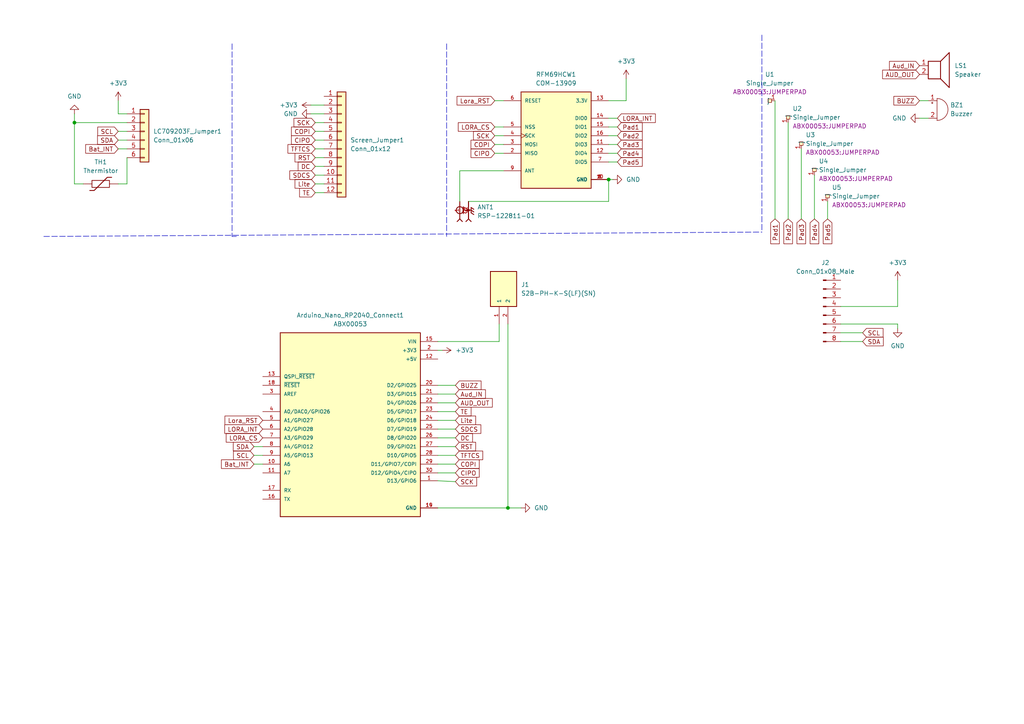
<source format=kicad_sch>
(kicad_sch (version 20211123) (generator eeschema)
  (paper "A4")
  (title_block (title "Caster Main Board") (date "sam. 04 avril 2015") (rev "v01") (comment 2 "creativecommons.org/licenses/by-nc/4.0/") (comment 3 "License: CC BY-NC 4.0") (comment 4 "Author: Helena"))
  (lib_symbols
    (symbol "ABX00053:ABX00053" (pin_names (offset 1.016))
      (property "Reference" "U" (at -20.32 26.289 0))
      (property "Value" "ABX00053" (at -20.32 -30.48 0))
      (symbol "ABX00053_0_0"
        (rectangle (start -20.32 -27.94) (end 20.32 25.4) (stroke (width 0.254)) (fill (type background)))
        (pin bidirectional line (at 25.4 -17.526 180) (length 5.08) (name "D13/GPIO6") (number "1"))
        (pin bidirectional line (at -25.4 -12.7 0) (length 5.08) (name "A6") (number "10"))
        (pin bidirectional line (at -25.4 -15.24 0) (length 5.08) (name "A7") (number "11"))
        (pin power_in line (at 25.4 17.78 180) (length 5.08) (name "+5V") (number "12"))
        (pin input line (at -25.4 12.7 0) (length 5.08) (name "QSPI_~{RESET}") (number "13"))
        (pin power_in line (at 25.4 -25.4 180) (length 5.08) (name "GND") (number "14"))
        (pin power_in line (at 25.4 22.86 180) (length 5.08) (name "VIN") (number "15"))
        (pin bidirectional line (at -25.4 -22.86 0) (length 5.08) (name "TX") (number "16"))
        (pin bidirectional line (at -25.4 -20.32 0) (length 5.08) (name "RX") (number "17"))
        (pin input line (at -25.4 10.16 0) (length 5.08) (name "~{RESET}") (number "18"))
        (pin power_in line (at 25.4 -25.4 180) (length 5.08) (name "GND") (number "19"))
        (pin power_in line (at 25.4 20.32 180) (length 5.08) (name "+3V3") (number "2"))
        (pin bidirectional line (at 25.4 10.16 180) (length 5.08) (name "D2/GPIO25") (number "20"))
        (pin bidirectional line (at 25.4 7.62 180) (length 5.08) (name "D3/GPIO15") (number "21"))
        (pin bidirectional line (at 25.4 5.08 180) (length 5.08) (name "D4/GPIO26") (number "22"))
        (pin bidirectional line (at 25.4 2.54 180) (length 5.08) (name "D5/GPIO17") (number "23"))
        (pin bidirectional line (at 25.4 0 180) (length 5.08) (name "D6/GPIO18") (number "24"))
        (pin bidirectional line (at 25.4 -2.54 180) (length 5.08) (name "D7/GPIO19") (number "25"))
        (pin bidirectional line (at 25.4 -5.08 180) (length 5.08) (name "D8/GPIO20") (number "26"))
        (pin bidirectional line (at 25.4 -7.62 180) (length 5.08) (name "D9/GPIO21") (number "27"))
        (pin bidirectional line (at 25.4 -10.16 180) (length 5.08) (name "D10/GPIO5") (number "28"))
        (pin bidirectional line (at 25.4 -12.7 180) (length 5.08) (name "D11/GPIO7/COPI") (number "29"))
        (pin bidirectional line (at -25.4 7.62 0) (length 5.08) (name "AREF") (number "3"))
        (pin bidirectional line (at 25.4 -15.24 180) (length 5.08) (name "D12/GPIO4/CIPO") (number "30"))
        (pin bidirectional line (at -25.4 2.54 0) (length 5.08) (name "A0/DAC0/GPIO26") (number "4"))
        (pin bidirectional line (at -25.4 0 0) (length 5.08) (name "A1/GPIO27") (number "5"))
        (pin bidirectional line (at -25.4 -2.54 0) (length 5.08) (name "A2/GPIO28") (number "6"))
        (pin bidirectional line (at -25.4 -5.08 0) (length 5.08) (name "A3/GPIO29") (number "7"))
        (pin bidirectional line (at -25.4 -7.62 0) (length 5.08) (name "A4/GPIO12") (number "8"))
        (pin bidirectional line (at -25.4 -10.16 0) (length 5.08) (name "A5/GPIO13") (number "9"))
      )
    )
    (symbol "ABX00053:Single_Jumper"
      (property "Reference" "U" (at 0 0 0))
      (property "Value" "Single_Jumper" (at 0 -1.778 0))
      (property "Footprint" "ABX00053:JUMPERPAD" (at 0.762 -3.556 0))
      (symbol "Single_Jumper_0_1"
        (rectangle (start -0.508 2.286) (end 0.508 3.302) (fill (type background)))
      )
      (symbol "Single_Jumper_1_1"
        (pin bidirectional line (at 0 1.27 90) (length 1) (name "j") (number "1"))
      )
    )
    (symbol "COM-13909:COM-13909" (pin_names (offset 1.016))
      (property "Reference" "U" (at -10.9497 13.2415 0))
      (property "Value" "COM-13909" (at -10.4265 -17.0385 0))
      (symbol "COM-13909_0_0"
        (rectangle (start -10.16 -15.24) (end 10.16 12.7) (stroke (width 0.254)) (fill (type background)))
        (pin power_in line (at 15.24 -12.7 180) (length 5.08) (name "GND") (number "1"))
        (pin power_in line (at 15.24 -12.7 180) (length 5.08) (name "GND") (number "10"))
        (pin bidirectional line (at 15.24 -2.54 180) (length 5.08) (name "DIO3") (number "11"))
        (pin bidirectional line (at 15.24 -5.08 180) (length 5.08) (name "DIO4") (number "12"))
        (pin power_in line (at 15.24 10.16 180) (length 5.08) (name "3.3V") (number "13"))
        (pin bidirectional line (at 15.24 5.08 180) (length 5.08) (name "DIO0") (number "14"))
        (pin bidirectional line (at 15.24 2.54 180) (length 5.08) (name "DIO1") (number "15"))
        (pin bidirectional line (at 15.24 0 180) (length 5.08) (name "DIO2") (number "16"))
        (pin input line (at -15.24 -5.08 0) (length 5.08) (name "MISO") (number "2"))
        (pin output line (at -15.24 -2.54 0) (length 5.08) (name "MOSI") (number "3"))
        (pin input clock (at -15.24 0 0) (length 5.08) (name "SCK") (number "4"))
        (pin input line (at -15.24 2.54 0) (length 5.08) (name "NSS") (number "5"))
        (pin bidirectional line (at -15.24 10.16 0) (length 5.08) (name "RESET") (number "6"))
        (pin bidirectional line (at 15.24 -7.62 180) (length 5.08) (name "DIO5") (number "7"))
        (pin power_in line (at 15.24 -12.7 180) (length 5.08) (name "GND") (number "8"))
        (pin bidirectional line (at -15.24 -10.16 0) (length 5.08) (name "ANT") (number "9"))
      )
    )
    (symbol "Connector:Conn_01x08_Male" (pin_names (offset 1.016) hide)
      (property "Reference" "J" (at 0 10.16 0))
      (property "Value" "Conn_01x08_Male" (at 0 -12.7 0))
      (symbol "Conn_01x08_Male_1_1"
        (polyline (pts (xy 1.27 -10.16) (xy 0.8636 -10.16)) (stroke (width 0.1524)))
        (polyline (pts (xy 1.27 -7.62) (xy 0.8636 -7.62)) (stroke (width 0.1524)))
        (polyline (pts (xy 1.27 -5.08) (xy 0.8636 -5.08)) (stroke (width 0.1524)))
        (polyline (pts (xy 1.27 -2.54) (xy 0.8636 -2.54)) (stroke (width 0.1524)))
        (polyline (pts (xy 1.27 0) (xy 0.8636 0)) (stroke (width 0.1524)))
        (polyline (pts (xy 1.27 2.54) (xy 0.8636 2.54)) (stroke (width 0.1524)))
        (polyline (pts (xy 1.27 5.08) (xy 0.8636 5.08)) (stroke (width 0.1524)))
        (polyline (pts (xy 1.27 7.62) (xy 0.8636 7.62)) (stroke (width 0.1524)))
        (rectangle (start 0.8636 -10.033) (end 0 -10.287) (stroke (width 0.1524)) (fill (type outline)))
        (rectangle (start 0.8636 -7.493) (end 0 -7.747) (stroke (width 0.1524)) (fill (type outline)))
        (rectangle (start 0.8636 -4.953) (end 0 -5.207) (stroke (width 0.1524)) (fill (type outline)))
        (rectangle (start 0.8636 -2.413) (end 0 -2.667) (stroke (width 0.1524)) (fill (type outline)))
        (rectangle (start 0.8636 0.127) (end 0 -0.127) (stroke (width 0.1524)) (fill (type outline)))
        (rectangle (start 0.8636 2.667) (end 0 2.413) (stroke (width 0.1524)) (fill (type outline)))
        (rectangle (start 0.8636 5.207) (end 0 4.953) (stroke (width 0.1524)) (fill (type outline)))
        (rectangle (start 0.8636 7.747) (end 0 7.493) (stroke (width 0.1524)) (fill (type outline)))
        (pin passive line (at 5.08 7.62 180) (length 3.81) (name "Pin_1") (number "1"))
        (pin passive line (at 5.08 5.08 180) (length 3.81) (name "Pin_2") (number "2"))
        (pin passive line (at 5.08 2.54 180) (length 3.81) (name "Pin_3") (number "3"))
        (pin passive line (at 5.08 0 180) (length 3.81) (name "Pin_4") (number "4"))
        (pin passive line (at 5.08 -2.54 180) (length 3.81) (name "Pin_5") (number "5"))
        (pin passive line (at 5.08 -5.08 180) (length 3.81) (name "Pin_6") (number "6"))
        (pin passive line (at 5.08 -7.62 180) (length 3.81) (name "Pin_7") (number "7"))
        (pin passive line (at 5.08 -10.16 180) (length 3.81) (name "Pin_8") (number "8"))
      )
    )
    (symbol "Connector_Generic:Conn_01x06" (pin_names (offset 1.016) hide)
      (property "Reference" "J" (at 0 7.62 0))
      (property "Value" "Conn_01x06" (at 0 -10.16 0))
      (symbol "Conn_01x06_1_1"
        (rectangle (start -1.27 -7.493) (end 0 -7.747) (stroke (width 0.1524)))
        (rectangle (start -1.27 -4.953) (end 0 -5.207) (stroke (width 0.1524)))
        (rectangle (start -1.27 -2.413) (end 0 -2.667) (stroke (width 0.1524)))
        (rectangle (start -1.27 0.127) (end 0 -0.127) (stroke (width 0.1524)))
        (rectangle (start -1.27 2.667) (end 0 2.413) (stroke (width 0.1524)))
        (rectangle (start -1.27 5.207) (end 0 4.953) (stroke (width 0.1524)))
        (rectangle (start -1.27 6.35) (end 1.27 -8.89) (stroke (width 0.254)) (fill (type background)))
        (pin passive line (at -5.08 5.08 0) (length 3.81) (name "Pin_1") (number "1"))
        (pin passive line (at -5.08 2.54 0) (length 3.81) (name "Pin_2") (number "2"))
        (pin passive line (at -5.08 0 0) (length 3.81) (name "Pin_3") (number "3"))
        (pin passive line (at -5.08 -2.54 0) (length 3.81) (name "Pin_4") (number "4"))
        (pin passive line (at -5.08 -5.08 0) (length 3.81) (name "Pin_5") (number "5"))
        (pin passive line (at -5.08 -7.62 0) (length 3.81) (name "Pin_6") (number "6"))
      )
    )
    (symbol "Connector_Generic:Conn_01x12" (pin_names (offset 1.016) hide)
      (property "Reference" "J" (at 0 15.24 0))
      (property "Value" "Conn_01x12" (at 0 -17.78 0))
      (symbol "Conn_01x12_1_1"
        (rectangle (start -1.27 -15.113) (end 0 -15.367) (stroke (width 0.1524)))
        (rectangle (start -1.27 -12.573) (end 0 -12.827) (stroke (width 0.1524)))
        (rectangle (start -1.27 -10.033) (end 0 -10.287) (stroke (width 0.1524)))
        (rectangle (start -1.27 -7.493) (end 0 -7.747) (stroke (width 0.1524)))
        (rectangle (start -1.27 -4.953) (end 0 -5.207) (stroke (width 0.1524)))
        (rectangle (start -1.27 -2.413) (end 0 -2.667) (stroke (width 0.1524)))
        (rectangle (start -1.27 0.127) (end 0 -0.127) (stroke (width 0.1524)))
        (rectangle (start -1.27 2.667) (end 0 2.413) (stroke (width 0.1524)))
        (rectangle (start -1.27 5.207) (end 0 4.953) (stroke (width 0.1524)))
        (rectangle (start -1.27 7.747) (end 0 7.493) (stroke (width 0.1524)))
        (rectangle (start -1.27 10.287) (end 0 10.033) (stroke (width 0.1524)))
        (rectangle (start -1.27 12.827) (end 0 12.573) (stroke (width 0.1524)))
        (rectangle (start -1.27 13.97) (end 1.27 -16.51) (stroke (width 0.254)) (fill (type background)))
        (pin passive line (at -5.08 12.7 0) (length 3.81) (name "Pin_1") (number "1"))
        (pin passive line (at -5.08 -10.16 0) (length 3.81) (name "Pin_10") (number "10"))
        (pin passive line (at -5.08 -12.7 0) (length 3.81) (name "Pin_11") (number "11"))
        (pin passive line (at -5.08 -15.24 0) (length 3.81) (name "Pin_12") (number "12"))
        (pin passive line (at -5.08 10.16 0) (length 3.81) (name "Pin_2") (number "2"))
        (pin passive line (at -5.08 7.62 0) (length 3.81) (name "Pin_3") (number "3"))
        (pin passive line (at -5.08 5.08 0) (length 3.81) (name "Pin_4") (number "4"))
        (pin passive line (at -5.08 2.54 0) (length 3.81) (name "Pin_5") (number "5"))
        (pin passive line (at -5.08 0 0) (length 3.81) (name "Pin_6") (number "6"))
        (pin passive line (at -5.08 -2.54 0) (length 3.81) (name "Pin_7") (number "7"))
        (pin passive line (at -5.08 -5.08 0) (length 3.81) (name "Pin_8") (number "8"))
        (pin passive line (at -5.08 -7.62 0) (length 3.81) (name "Pin_9") (number "9"))
      )
    )
    (symbol "Device:Buzzer" (pin_names (offset 0.0254) hide)
      (property "Reference" "BZ" (at 3.81 1.27 0))
      (property "Value" "Buzzer" (at 3.81 -1.27 0))
      (symbol "Buzzer_0_1"
        (arc (start 0 -3.175) (mid 3.175 0) (end 0 3.175))
        (polyline (pts (xy -1.651 1.905) (xy -1.143 1.905)))
        (polyline (pts (xy -1.397 2.159) (xy -1.397 1.651)))
        (polyline (pts (xy 0 3.175) (xy 0 -3.175)))
      )
      (symbol "Buzzer_1_1"
        (pin passive line (at -2.54 2.54 0) (length 2.54) (name "-") (number "1"))
        (pin passive line (at -2.54 -2.54 0) (length 2.54) (name "+") (number "2"))
      )
    )
    (symbol "Device:Speaker" (pin_names (offset 0) hide)
      (property "Reference" "LS" (at 1.27 5.715 0))
      (property "Value" "Speaker" (at 1.27 3.81 0))
      (symbol "Speaker_0_0"
        (rectangle (start -2.54 1.27) (end 1.016 -3.81) (stroke (width 0.254)))
        (polyline (pts (xy 1.016 1.27) (xy 3.556 3.81) (xy 3.556 -6.35) (xy 1.016 -3.81)) (stroke (width 0.254)))
      )
      (symbol "Speaker_1_1"
        (pin input line (at -5.08 0 0) (length 2.54) (name "1") (number "1"))
        (pin input line (at -5.08 -2.54 0) (length 2.54) (name "2") (number "2"))
      )
    )
    (symbol "Device:Thermistor" (pin_numbers hide) (pin_names (offset 0))
      (property "Reference" "TH" (at 2.54 1.27 90))
      (property "Value" "Thermistor" (at -2.54 0 90))
      (symbol "Thermistor_0_1"
        (rectangle (start -1.016 2.54) (end 1.016 -2.54) (stroke (width 0.2032)))
        (polyline (pts (xy -1.905 3.175) (xy -1.905 1.905) (xy 1.905 -1.905) (xy 1.905 -3.175) (xy 1.905 -3.175)) (stroke (width 0.254)))
      )
      (symbol "Thermistor_1_1"
        (pin passive line (at 0 5.08 270) (length 2.54) (name "~") (number "1"))
        (pin passive line (at 0 -5.08 90) (length 2.54) (name "~") (number "2"))
      )
    )
    (symbol "RSP-122811-01:RSP-122811-01" (pin_names (offset 1.016))
      (property "Reference" "J" (at -3.81 4.064 0))
      (property "Value" "RSP-122811-01" (at -4.064 -4.318 0))
      (symbol "RSP-122811-01_0_0"
        (polyline (pts (xy -3.302 -0.762) (xy -2.54 0)) (stroke (width 0.254)))
        (polyline (pts (xy -3.302 0.762) (xy -2.54 0)) (stroke (width 0.254)))
        (polyline (pts (xy -3.302 1.778) (xy -2.54 2.54)) (stroke (width 0.254)))
        (polyline (pts (xy -3.302 3.302) (xy -2.54 2.54)) (stroke (width 0.254)))
        (polyline (pts (xy -2.54 0) (xy 0 0)) (stroke (width 0.254)))
        (polyline (pts (xy -2.54 2.54) (xy 2.54 2.54)) (stroke (width 0.254)))
        (polyline (pts (xy -1.016 1.524) (xy 0 1.524)) (stroke (width 0.254)))
        (polyline (pts (xy -0.762 -0.762) (xy -1.27 -1.524)) (stroke (width 0.254)))
        (polyline (pts (xy 0 -0.762) (xy -0.762 -0.762)) (stroke (width 0.254)))
        (polyline (pts (xy 0 -0.762) (xy -0.508 -1.524)) (stroke (width 0.254)))
        (polyline (pts (xy 0 -0.762) (xy 0.762 -0.762)) (stroke (width 0.254)))
        (polyline (pts (xy 0 0) (xy -2.286 0)) (stroke (width 0.254)))
        (polyline (pts (xy 0 0) (xy 0 -0.762)) (stroke (width 0.254)))
        (polyline (pts (xy 0 1.524) (xy 0 0)) (stroke (width 0.254)))
        (polyline (pts (xy 0 1.524) (xy 1.016 1.524)) (stroke (width 0.254)))
        (polyline (pts (xy 0.762 -0.762) (xy 0.254 -1.524)) (stroke (width 0.254)))
        (polyline (pts (xy 2.54 0) (xy 0 0)) (stroke (width 0.254)))
        (circle (center 0 0) (radius 0.254) (stroke (width 0.254)))
        (circle (center 0 2.54) (radius 1.016) (stroke (width 0.254)))
        (pin passive line (at 2.54 2.54 180) (length 5.08) (name "~") (number "1"))
        (pin passive line (at 2.54 0 180) (length 5.08) (name "~") (number "G1"))
        (pin passive line (at 2.54 0 180) (length 5.08) (name "~") (number "G2"))
      )
    )
    (symbol "S2B-PH-K-S_LF__SN_:S2B-PH-K-S(LF)(SN)" (pin_names (offset 1.016))
      (property "Reference" "J" (at -5.08 3.302 0))
      (property "Value" "S2B-PH-K-S(LF)(SN)" (at -5.08 -7.62 0))
      (symbol "S2B-PH-K-S(LF)(SN)_0_0"
        (rectangle (start -5.08 -5.08) (end 5.08 2.54) (stroke (width 0.254)) (fill (type background)))
        (pin passive line (at -10.16 0 0) (length 5.08) (name "1") (number "1"))
        (pin passive line (at -10.16 -2.54 0) (length 5.08) (name "2") (number "2"))
      )
    )
    (symbol "power:+3V3" (power) (pin_names (offset 0))
      (property "Value" "+3V3" (at 0 3.556 0))
      (symbol "+3V3_0_1"
        (polyline (pts (xy -0.762 1.27) (xy 0 2.54)))
        (polyline (pts (xy 0 0) (xy 0 2.54)))
        (polyline (pts (xy 0 2.54) (xy 0.762 1.27)))
      )
      (symbol "+3V3_1_1"
        (pin power_in line (at 0 0 90) (length 0) hide (name "+3V3") (number "1"))
      )
    )
    (symbol "power:GND" (power) (pin_names (offset 0))
      (property "Value" "GND" (at 0 -3.81 0))
      (symbol "GND_0_1"
        (polyline (pts (xy 0 0) (xy 0 -1.27) (xy 1.27 -1.27) (xy 0 -2.54) (xy -1.27 -1.27) (xy 0 -1.27)))
      )
      (symbol "GND_1_1"
        (pin power_in line (at 0 0 270) (length 0) hide (name "GND") (number "1"))
      )
    )
  )
  (junction (at 176.53 52.07))
  (junction (at 21.59 35.56))
  (junction (at 147.32 147.32))
  (wire (pts (xy 73.66 129.54) (xy 76.2 129.54)))
  (wire (pts (xy 91.44 48.26) (xy 93.98 48.26)))
  (wire (pts (xy 143.51 36.83) (xy 146.05 36.83)))
  (wire (pts (xy 91.44 38.1) (xy 93.98 38.1)))
  (wire (pts (xy 91.44 45.72) (xy 93.98 45.72)))
  (wire (pts (xy 232.41 43.18) (xy 232.41 63.5)))
  (wire (pts (xy 127 99.06) (xy 144.78 99.06)))
  (wire (pts (xy 91.44 40.64) (xy 93.98 40.64)))
  (wire (pts (xy 243.84 93.98) (xy 260.35 93.98)))
  (wire (pts (xy 250.19 99.06) (xy 243.84 99.06)))
  (wire (pts (xy 260.35 93.98) (xy 260.35 95.25)))
  (wire (pts (xy 127 124.46) (xy 132.08 124.46)))
  (polyline (pts (xy 220.98 10.16) (xy 220.98 67.31)))
  (wire (pts (xy 147.32 93.98) (xy 147.32 147.32)))
  (polyline (pts (xy 12.7 68.58) (xy 220.98 67.31)))
  (wire (pts (xy 127 134.62) (xy 132.08 134.62)))
  (wire (pts (xy 146.05 41.91) (xy 143.51 41.91)))
  (wire (pts (xy 243.84 88.9) (xy 260.35 88.9)))
  (wire (pts (xy 21.59 35.56) (xy 36.83 35.56)))
  (wire (pts (xy 133.35 49.53) (xy 133.35 58.42)))
  (wire (pts (xy 127 139.446) (xy 132.08 139.7)))
  (wire (pts (xy 176.53 34.29) (xy 179.07 34.29)))
  (wire (pts (xy 176.53 46.99) (xy 179.07 46.99)))
  (wire (pts (xy 127 119.38) (xy 132.08 119.38)))
  (wire (pts (xy 146.05 44.45) (xy 143.51 44.45)))
  (wire (pts (xy 147.32 147.32) (xy 151.13 147.32)))
  (wire (pts (xy 127 116.84) (xy 132.08 116.84)))
  (wire (pts (xy 176.53 44.45) (xy 179.07 44.45)))
  (wire (pts (xy 250.19 96.52) (xy 243.84 96.52)))
  (wire (pts (xy 181.61 29.21) (xy 181.61 22.86)))
  (wire (pts (xy 176.53 39.37) (xy 179.07 39.37)))
  (wire (pts (xy 228.6 35.56) (xy 228.6 63.5)))
  (wire (pts (xy 36.83 45.72) (xy 36.83 53.34)))
  (polyline (pts (xy 67.31 12.7) (xy 67.31 68.58)))
  (wire (pts (xy 91.44 55.88) (xy 93.98 55.88)))
  (wire (pts (xy 91.44 53.34) (xy 93.98 53.34)))
  (wire (pts (xy 127 132.08) (xy 132.08 132.08)))
  (wire (pts (xy 266.7 34.29) (xy 269.24 34.29)))
  (wire (pts (xy 176.53 41.91) (xy 179.07 41.91)))
  (wire (pts (xy 127 129.54) (xy 132.08 129.54)))
  (wire (pts (xy 91.44 43.18) (xy 93.98 43.18)))
  (wire (pts (xy 34.29 33.02) (xy 36.83 33.02)))
  (wire (pts (xy 90.17 30.48) (xy 93.98 30.48)))
  (wire (pts (xy 236.22 50.8) (xy 236.22 63.5)))
  (wire (pts (xy 127 137.16) (xy 132.08 137.16)))
  (wire (pts (xy 224.79 29.21) (xy 224.79 63.5)))
  (wire (pts (xy 34.29 40.64) (xy 36.83 40.64)))
  (polyline (pts (xy 129.54 12.7) (xy 129.54 68.58)))
  (wire (pts (xy 73.66 132.08) (xy 76.2 132.08)))
  (wire (pts (xy 127 111.76) (xy 132.08 111.76)))
  (wire (pts (xy 176.53 52.07) (xy 177.8 52.07)))
  (wire (pts (xy 34.29 38.1) (xy 36.83 38.1)))
  (polyline (pts (xy 68.58 68.58) (xy 67.31 68.58)))
  (wire (pts (xy 90.17 33.02) (xy 93.98 33.02)))
  (wire (pts (xy 127 114.3) (xy 132.08 114.3)))
  (wire (pts (xy 34.29 29.21) (xy 34.29 33.02)))
  (wire (pts (xy 176.53 36.83) (xy 179.07 36.83)))
  (wire (pts (xy 24.13 53.34) (xy 21.59 53.34)))
  (wire (pts (xy 34.29 43.18) (xy 36.83 43.18)))
  (wire (pts (xy 176.53 29.21) (xy 181.61 29.21)))
  (wire (pts (xy 127 121.92) (xy 132.08 121.92)))
  (wire (pts (xy 146.05 49.53) (xy 133.35 49.53)))
  (wire (pts (xy 21.59 35.56) (xy 21.59 53.34)))
  (wire (pts (xy 135.89 58.42) (xy 176.53 58.42)))
  (wire (pts (xy 34.29 53.34) (xy 36.83 53.34)))
  (wire (pts (xy 127 147.32) (xy 147.32 147.32)))
  (wire (pts (xy 266.7 29.21) (xy 269.24 29.21)))
  (wire (pts (xy 21.59 33.02) (xy 21.59 35.56)))
  (wire (pts (xy 240.03 63.5) (xy 240.03 58.42)))
  (wire (pts (xy 127 101.6) (xy 128.27 101.6)))
  (wire (pts (xy 144.78 99.06) (xy 144.78 93.98)))
  (wire (pts (xy 127 127) (xy 132.08 127)))
  (wire (pts (xy 260.35 88.9) (xy 260.35 81.28)))
  (wire (pts (xy 91.44 50.8) (xy 93.98 50.8)))
  (wire (pts (xy 91.44 35.56) (xy 93.98 35.56)))
  (wire (pts (xy 143.51 29.21) (xy 146.05 29.21)))
  (wire (pts (xy 143.51 39.37) (xy 146.05 39.37)))
  (wire (pts (xy 176.53 58.42) (xy 176.53 52.07)))
  (wire (pts (xy 73.66 134.62) (xy 76.2 134.62)))
  (global_label "COPI" (shape input) (at 132.08 134.62 0) (property "Intersheet References" "${INTERSHEET_REFS}" (effects hide)))
  (global_label "BUZZ" (shape input) (at 266.7 29.21 180) (property "Intersheet References" "${INTERSHEET_REFS}" (effects hide)))
  (global_label "Pad5" (shape input) (at 240.03 63.5 270) (property "Intersheet References" "${INTERSHEET_REFS}" (effects hide)))
  (global_label "Pad1" (shape input) (at 224.79 63.5 270) (property "Intersheet References" "${INTERSHEET_REFS}" (effects hide)))
  (global_label "SDA" (shape input) (at 34.29 40.64 180) (property "Intersheet References" "${INTERSHEET_REFS}" (effects hide)))
  (global_label "DC" (shape input) (at 132.08 127 0) (property "Intersheet References" "${INTERSHEET_REFS}" (effects hide)))
  (global_label "Lora_RST" (shape input) (at 76.2 121.92 180) (property "Intersheet References" "${INTERSHEET_REFS}" (effects hide)))
  (global_label "SCK" (shape input) (at 91.44 35.56 180) (property "Intersheet References" "${INTERSHEET_REFS}" (effects hide)))
  (global_label "Lite" (shape input) (at 132.08 121.92 0) (property "Intersheet References" "${INTERSHEET_REFS}" (effects hide)))
  (global_label "TFTCS" (shape input) (at 91.44 43.18 180) (property "Intersheet References" "${INTERSHEET_REFS}" (effects hide)))
  (global_label "SDCS" (shape input) (at 132.08 124.46 0) (property "Intersheet References" "${INTERSHEET_REFS}" (effects hide)))
  (global_label "DC" (shape input) (at 91.44 48.26 180) (property "Intersheet References" "${INTERSHEET_REFS}" (effects hide)))
  (global_label "CIPO" (shape input) (at 132.08 137.16 0) (property "Intersheet References" "${INTERSHEET_REFS}" (effects hide)))
  (global_label "LORA_INT" (shape input) (at 76.2 124.46 180) (property "Intersheet References" "${INTERSHEET_REFS}" (effects hide)))
  (global_label "CIPO" (shape input) (at 91.44 40.64 180) (property "Intersheet References" "${INTERSHEET_REFS}" (effects hide)))
  (global_label "RST" (shape input) (at 91.44 45.72 180) (property "Intersheet References" "${INTERSHEET_REFS}" (effects hide)))
  (global_label "Aud_IN" (shape input) (at 132.08 114.3 0) (property "Intersheet References" "${INTERSHEET_REFS}" (effects hide)))
  (global_label "Pad1" (shape input) (at 179.07 36.83 0) (property "Intersheet References" "${INTERSHEET_REFS}" (effects hide)))
  (global_label "AUD_OUT" (shape input) (at 266.7 21.59 180) (property "Intersheet References" "${INTERSHEET_REFS}" (effects hide)))
  (global_label "SCL" (shape input) (at 73.66 132.08 180) (property "Intersheet References" "${INTERSHEET_REFS}" (effects hide)))
  (global_label "SCK" (shape input) (at 132.08 139.7 0) (property "Intersheet References" "${INTERSHEET_REFS}" (effects hide)))
  (global_label "RST" (shape input) (at 132.08 129.54 0) (property "Intersheet References" "${INTERSHEET_REFS}" (effects hide)))
  (global_label "SDA" (shape input) (at 73.66 129.54 180) (property "Intersheet References" "${INTERSHEET_REFS}" (effects hide)))
  (global_label "CIPO" (shape input) (at 143.51 44.45 180) (property "Intersheet References" "${INTERSHEET_REFS}" (effects hide)))
  (global_label "Pad3" (shape input) (at 232.41 63.5 270) (property "Intersheet References" "${INTERSHEET_REFS}" (effects hide)))
  (global_label "BUZZ" (shape input) (at 132.08 111.76 0) (property "Intersheet References" "${INTERSHEET_REFS}" (effects hide)))
  (global_label "SCK" (shape input) (at 143.51 39.37 180) (property "Intersheet References" "${INTERSHEET_REFS}" (effects hide)))
  (global_label "COPI" (shape input) (at 91.44 38.1 180) (property "Intersheet References" "${INTERSHEET_REFS}" (effects hide)))
  (global_label "Bat_INT" (shape input) (at 34.29 43.18 180) (property "Intersheet References" "${INTERSHEET_REFS}" (effects hide)))
  (global_label "Lora_RST" (shape input) (at 143.51 29.21 180) (property "Intersheet References" "${INTERSHEET_REFS}" (effects hide)))
  (global_label "Pad5" (shape input) (at 179.07 46.99 0) (property "Intersheet References" "${INTERSHEET_REFS}" (effects hide)))
  (global_label "SDCS" (shape input) (at 91.44 50.8 180) (property "Intersheet References" "${INTERSHEET_REFS}" (effects hide)))
  (global_label "Pad3" (shape input) (at 179.07 41.91 0) (property "Intersheet References" "${INTERSHEET_REFS}" (effects hide)))
  (global_label "Pad2" (shape input) (at 179.07 39.37 0) (property "Intersheet References" "${INTERSHEET_REFS}" (effects hide)))
  (global_label "SDA" (shape input) (at 250.19 99.06 0) (property "Intersheet References" "${INTERSHEET_REFS}" (effects hide)))
  (global_label "Aud_IN" (shape input) (at 266.7 19.05 180) (property "Intersheet References" "${INTERSHEET_REFS}" (effects hide)))
  (global_label "TE" (shape input) (at 132.08 119.38 0) (property "Intersheet References" "${INTERSHEET_REFS}" (effects hide)))
  (global_label "LORA_INT" (shape input) (at 179.07 34.29 0) (property "Intersheet References" "${INTERSHEET_REFS}" (effects hide)))
  (global_label "LORA_CS" (shape input) (at 76.2 127 180) (property "Intersheet References" "${INTERSHEET_REFS}" (effects hide)))
  (global_label "AUD_OUT" (shape input) (at 132.08 116.84 0) (property "Intersheet References" "${INTERSHEET_REFS}" (effects hide)))
  (global_label "LORA_CS" (shape input) (at 143.51 36.83 180) (property "Intersheet References" "${INTERSHEET_REFS}" (effects hide)))
  (global_label "TE" (shape input) (at 91.44 55.88 180) (property "Intersheet References" "${INTERSHEET_REFS}" (effects hide)))
  (global_label "TFTCS" (shape input) (at 132.08 132.08 0) (property "Intersheet References" "${INTERSHEET_REFS}" (effects hide)))
  (global_label "Bat_INT" (shape input) (at 73.66 134.62 180) (property "Intersheet References" "${INTERSHEET_REFS}" (effects hide)))
  (global_label "SCL" (shape input) (at 34.29 38.1 180) (property "Intersheet References" "${INTERSHEET_REFS}" (effects hide)))
  (global_label "Pad4" (shape input) (at 179.07 44.45 0) (property "Intersheet References" "${INTERSHEET_REFS}" (effects hide)))
  (global_label "Pad2" (shape input) (at 228.6 63.5 270) (property "Intersheet References" "${INTERSHEET_REFS}" (effects hide)))
  (global_label "Pad4" (shape input) (at 236.22 63.5 270) (property "Intersheet References" "${INTERSHEET_REFS}" (effects hide)))
  (global_label "COPI" (shape input) (at 143.51 41.91 180) (property "Intersheet References" "${INTERSHEET_REFS}" (effects hide)))
  (global_label "Lite" (shape input) (at 91.44 53.34 180) (property "Intersheet References" "${INTERSHEET_REFS}" (effects hide)))
  (global_label "SCL" (shape input) (at 250.19 96.52 0) (property "Intersheet References" "${INTERSHEET_REFS}" (effects hide)))
  (symbol (lib_id "power:+3V3") (at 34.29 29.21 0) (unit 1)
    (property "Reference" "#PWR02" (effects hide))
    (property "Value" "+3V3" (at 34.29 24.13 0))
  )
  (symbol (lib_id "ABX00053:Single_Jumper") (at 228.6 36.83 0) (unit 1)
    (property "Reference" "U2" (at 229.87 31.5039 0) (effects (justify left)))
    (property "Value" "Single_Jumper" (at 229.87 34.0439 0) (effects (justify left)))
    (property "Footprint" "ABX00053:JUMPERPAD" (at 229.87 36.5839 0) (effects (justify left)))
  )
  (symbol (lib_id "power:GND") (at 177.8 52.07 90) (unit 1)
    (property "Reference" "#PWR07" (effects hide))
    (property "Value" "GND" (at 181.61 52.0699 90) (effects (justify right)))
  )
  (symbol (lib_id "ABX00053:Single_Jumper") (at 236.22 52.07 0) (unit 1)
    (property "Reference" "U4" (at 237.49 46.7439 0) (effects (justify left)))
    (property "Value" "Single_Jumper" (at 237.49 49.2839 0) (effects (justify left)))
    (property "Footprint" "ABX00053:JUMPERPAD" (at 237.49 51.8239 0) (effects (justify left)))
  )
  (symbol (lib_id "Device:Thermistor") (at 29.21 53.34 90) (unit 1)
    (property "Reference" "TH1" (at 29.21 46.99 90))
    (property "Value" "Thermistor" (at 29.21 49.53 90))
    (property "Footprint" "Connector_PinSocket_2.54mm:PinSocket_1x02_P2.54mm_Vertical" (effects hide))
  )
  (symbol (lib_id "ABX00053:ABX00053") (at 101.6 121.92 0) (unit 1)
    (property "Reference" "Arduino_Nano_RP2040_Connect1" (at 101.6 91.44 0))
    (property "Value" "ABX00053" (at 101.6 93.98 0))
    (property "Footprint" "ABX00053:MODULE_ABX00053" (effects hide))
    (property "PARTREV" "Rev. 01 - 14/05/2021" (effects hide))
    (property "STANDARD" "Manufacturer Recommendations" (effects hide))
    (property "MANUFACTURER" "Arduino" (effects hide))
  )
  (symbol (lib_id "Connector_Generic:Conn_01x12") (at 99.06 40.64 0) (unit 1)
    (property "Reference" "Screen_Jumper1" (at 101.6 40.6399 0) (effects (justify left)))
    (property "Value" "Conn_01x12" (at 101.6 43.1799 0) (effects (justify left)))
    (property "Footprint" "Connector_PinSocket_2.54mm:PinSocket_1x12_P2.54mm_Vertical" (effects hide))
  )
  (symbol (lib_id "Device:Speaker") (at 271.78 19.05 0) (unit 1)
    (property "Reference" "LS1" (at 276.86 19.0499 0) (effects (justify left)))
    (property "Value" "Speaker" (at 276.86 21.5899 0) (effects (justify left)))
    (property "Footprint" "Connector_PinSocket_2.54mm:PinSocket_1x02_P2.54mm_Vertical" (effects hide))
  )
  (symbol (lib_id "Connector:Conn_01x08_Male") (at 238.76 88.9 0) (unit 1)
    (property "Reference" "J2" (at 239.395 76.2 0))
    (property "Value" "Conn_01x08_Male" (at 239.395 78.74 0))
    (property "Footprint" "Connector_PinSocket_2.54mm:PinSocket_1x08_P2.54mm_Vertical" (effects hide))
  )
  (symbol (lib_id "power:+3V3") (at 128.27 101.6 270) (unit 1)
    (property "Reference" "#PWR010" (effects hide))
    (property "Value" "+3V3" (at 132.08 101.5999 90) (effects (justify left)))
  )
  (symbol (lib_id "power:GND") (at 260.35 95.25 0) (unit 1)
    (property "Reference" "#PWR09" (effects hide))
    (property "Value" "GND" (at 260.35 100.33 0))
  )
  (symbol (lib_id "COM-13909:COM-13909") (at 161.29 39.37 0) (unit 1)
    (property "Reference" "RFM69HCW1" (at 161.29 21.59 0))
    (property "Value" "COM-13909" (at 161.29 24.13 0))
    (property "Footprint" "COM-13909:MOD_COM-13909" (effects hide))
    (property "MANUFACTURER" "SparkFun Electronics" (effects hide))
  )
  (symbol (lib_id "ABX00053:Single_Jumper") (at 240.03 59.69 0) (unit 1)
    (property "Reference" "U5" (at 241.3 54.3639 0) (effects (justify left)))
    (property "Value" "Single_Jumper" (at 241.3 56.9039 0) (effects (justify left)))
    (property "Footprint" "ABX00053:JUMPERPAD" (at 241.3 59.4439 0) (effects (justify left)))
  )
  (symbol (lib_id "S2B-PH-K-S_LF__SN_:S2B-PH-K-S(LF)(SN)") (at 144.78 83.82 90) (unit 1)
    (property "Reference" "J1" (at 151.13 82.5499 90) (effects (justify right)))
    (property "Value" "S2B-PH-K-S(LF)(SN)" (at 151.13 85.0899 90) (effects (justify right)))
    (property "Footprint" "S2B-PH-K-S_LF__SN_:JST_S2B-PH-K-S(LF)(SN)" (effects hide))
    (property "PACKAGE" "None" (effects hide))
    (property "MF" "JST Sales" (effects hide))
    (property "MAXIMUM_PACKAGE_HEIGHT" "4.8mm" (effects hide))
    (property "PRICE" "None" (effects hide))
    (property "AVAILABILITY" "Unavailable" (effects hide))
    (property "MP" "S2B-PH-K-S_LF__SN_" (effects hide))
    (property "DESCRIPTION" "Connector Header Through Hole, Right Angle 2 position" (effects hide))
  )
  (symbol (lib_id "Connector_Generic:Conn_01x06") (at 41.91 38.1 0) (unit 1)
    (property "Reference" "LC709203F_Jumper1" (at 44.45 38.0999 0) (effects (justify left)))
    (property "Value" "Conn_01x06" (at 44.45 40.6399 0) (effects (justify left)))
    (property "Footprint" "Connector_PinSocket_2.54mm:PinSocket_1x06_P2.54mm_Vertical" (effects hide))
  )
  (symbol (lib_id "ABX00053:Single_Jumper") (at 226.06 29.21 90) (unit 1)
    (property "Reference" "U1" (at 223.274 21.59 90))
    (property "Value" "Single_Jumper" (at 223.274 24.13 90))
    (property "Footprint" "ABX00053:JUMPERPAD" (at 223.274 26.67 90))
  )
  (symbol (lib_id "power:+3V3") (at 181.61 22.86 0) (unit 1)
    (property "Reference" "#PWR01" (effects hide))
    (property "Value" "+3V3" (at 181.61 17.78 0))
  )
  (symbol (lib_id "power:GND") (at 266.7 34.29 270) (unit 1)
    (property "Reference" "#PWR06" (effects hide))
    (property "Value" "GND" (at 262.89 34.2899 90) (effects (justify right)))
  )
  (symbol (lib_id "power:GND") (at 90.17 33.02 270) (unit 1)
    (property "Reference" "#PWR05" (effects hide))
    (property "Value" "GND" (at 86.36 33.0199 90) (effects (justify right)))
  )
  (symbol (lib_id "Device:Buzzer") (at 271.78 31.75 0) (unit 1)
    (property "Reference" "BZ1" (at 275.59 30.4799 0) (effects (justify left)))
    (property "Value" "Buzzer" (at 275.59 33.0199 0) (effects (justify left)))
    (property "Footprint" "Connector_PinSocket_2.54mm:PinSocket_1x02_P2.54mm_Vertical" (effects hide))
  )
  (symbol (lib_id "power:+3V3") (at 260.35 81.28 0) (unit 1)
    (property "Reference" "#PWR08" (effects hide))
    (property "Value" "+3V3" (at 260.35 76.2 0))
  )
  (symbol (lib_id "power:+3V3") (at 90.17 30.48 90) (unit 1)
    (property "Reference" "#PWR03" (effects hide))
    (property "Value" "+3V3" (at 86.36 30.4799 90) (effects (justify left)))
  )
  (symbol (lib_id "power:GND") (at 21.59 33.02 180) (unit 1)
    (property "Reference" "#PWR04" (effects hide))
    (property "Value" "GND" (at 21.59 27.94 0))
  )
  (symbol (lib_id "power:GND") (at 151.13 147.32 90) (unit 1)
    (property "Reference" "#PWR011" (effects hide))
    (property "Value" "GND" (at 154.94 147.3199 90) (effects (justify right)))
  )
  (symbol (lib_id "ABX00053:Single_Jumper") (at 232.41 44.45 0) (unit 1)
    (property "Reference" "U3" (at 233.68 39.1239 0) (effects (justify left)))
    (property "Value" "Single_Jumper" (at 233.68 41.6639 0) (effects (justify left)))
    (property "Footprint" "ABX00053:JUMPERPAD" (at 233.68 44.2039 0) (effects (justify left)))
  )
  (symbol (lib_id "RSP-122811-01:RSP-122811-01") (at 135.89 60.96 90) (unit 1)
    (property "Reference" "ANT1" (at 138.43 60.0709 90) (effects (justify right)))
    (property "Value" "RSP-122811-01" (at 138.43 62.6109 90) (effects (justify right)))
    (property "Footprint" "RSP-122811-01:SAMTEC_RSP-122811-01" (effects hide))
    (property "MANUFACTURER" "Samtec" (effects hide))
    (property "PARTREV" "H" (effects hide))
    (property "STANDARD" "Manufacturer Recommendations" (effects hide))
    (property "MAXIMUM_PACKAGE_HEIGHT" "1.44mm" (effects hide))
  )
)
</source>
